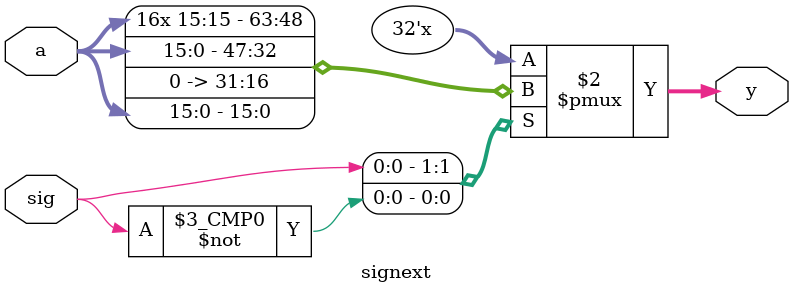
<source format=sv>
`timescale 1ns / 1ps
module signext(input logic sig,
            input logic [15:0] a,
            output logic [31:0] y);
    always_comb
    case(sig)
        1: y={{16{a[15]}}, a};
        0: y={16'b0, a};
    endcase
endmodule

</source>
